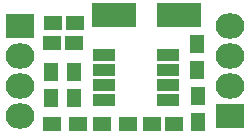
<source format=gts>
G04 #@! TF.FileFunction,Soldermask,Top*
%FSLAX46Y46*%
G04 Gerber Fmt 4.6, Leading zero omitted, Abs format (unit mm)*
G04 Created by KiCad (PCBNEW 4.1.0-alpha+201606061201+6885~45~ubuntu14.04.1-product) date Fri Jun 10 14:49:10 2016*
%MOMM*%
%LPD*%
G01*
G04 APERTURE LIST*
%ADD10C,0.100000*%
%ADD11R,1.300000X1.600000*%
%ADD12R,1.600000X1.300000*%
%ADD13R,2.432000X2.127200*%
%ADD14O,2.432000X2.127200*%
%ADD15R,1.600000X1.150000*%
%ADD16R,1.950000X1.000000*%
%ADD17R,3.699460X2.099260*%
G04 APERTURE END LIST*
D10*
D11*
X233485000Y-108835000D03*
X233485000Y-111035000D03*
D12*
X223325000Y-111155000D03*
X221125000Y-111155000D03*
X227530000Y-111150000D03*
X225330000Y-111150000D03*
D11*
X221075000Y-108995000D03*
X221075000Y-106795000D03*
X223015000Y-108985000D03*
X223015000Y-106785000D03*
X233365000Y-104415000D03*
X233365000Y-106615000D03*
D13*
X236220000Y-110490000D03*
D14*
X236220000Y-107950000D03*
X236220000Y-105410000D03*
X236220000Y-102870000D03*
D13*
X218440000Y-102870000D03*
D14*
X218440000Y-105410000D03*
X218440000Y-107950000D03*
X218440000Y-110490000D03*
D15*
X229575000Y-111195000D03*
X231475000Y-111195000D03*
X221125000Y-104355000D03*
X223025000Y-104355000D03*
X223085000Y-102585000D03*
X221185000Y-102585000D03*
D16*
X225565000Y-105350000D03*
X225565000Y-106620000D03*
X225565000Y-107890000D03*
X225565000Y-109160000D03*
X230965000Y-109160000D03*
X230965000Y-107890000D03*
X230965000Y-106620000D03*
X230965000Y-105350000D03*
D17*
X226354180Y-101955000D03*
X231855820Y-101955000D03*
M02*

</source>
